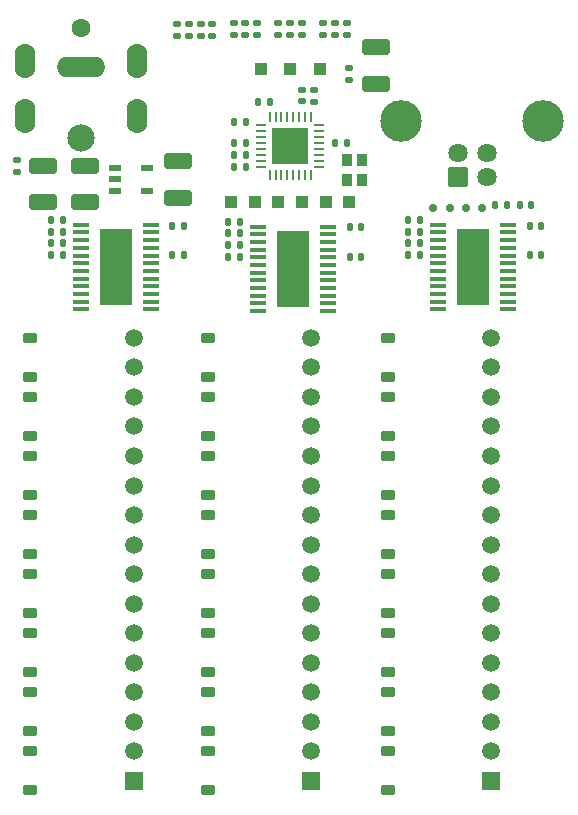
<source format=gbr>
%TF.GenerationSoftware,KiCad,Pcbnew,8.0.5*%
%TF.CreationDate,2025-02-14T14:12:51-08:00*%
%TF.ProjectId,RelayDriver,52656c61-7944-4726-9976-65722e6b6963,A*%
%TF.SameCoordinates,Original*%
%TF.FileFunction,Soldermask,Top*%
%TF.FilePolarity,Negative*%
%FSLAX46Y46*%
G04 Gerber Fmt 4.6, Leading zero omitted, Abs format (unit mm)*
G04 Created by KiCad (PCBNEW 8.0.5) date 2025-02-14 14:12:51*
%MOMM*%
%LPD*%
G01*
G04 APERTURE LIST*
G04 Aperture macros list*
%AMRoundRect*
0 Rectangle with rounded corners*
0 $1 Rounding radius*
0 $2 $3 $4 $5 $6 $7 $8 $9 X,Y pos of 4 corners*
0 Add a 4 corners polygon primitive as box body*
4,1,4,$2,$3,$4,$5,$6,$7,$8,$9,$2,$3,0*
0 Add four circle primitives for the rounded corners*
1,1,$1+$1,$2,$3*
1,1,$1+$1,$4,$5*
1,1,$1+$1,$6,$7*
1,1,$1+$1,$8,$9*
0 Add four rect primitives between the rounded corners*
20,1,$1+$1,$2,$3,$4,$5,0*
20,1,$1+$1,$4,$5,$6,$7,0*
20,1,$1+$1,$6,$7,$8,$9,0*
20,1,$1+$1,$8,$9,$2,$3,0*%
G04 Aperture macros list end*
%ADD10RoundRect,0.135000X-0.185000X0.135000X-0.185000X-0.135000X0.185000X-0.135000X0.185000X0.135000X0*%
%ADD11RoundRect,0.140000X0.140000X0.170000X-0.140000X0.170000X-0.140000X-0.170000X0.140000X-0.170000X0*%
%ADD12RoundRect,0.140000X-0.140000X-0.170000X0.140000X-0.170000X0.140000X0.170000X-0.140000X0.170000X0*%
%ADD13RoundRect,0.225000X0.375000X-0.225000X0.375000X0.225000X-0.375000X0.225000X-0.375000X-0.225000X0*%
%ADD14RoundRect,0.140000X0.170000X-0.140000X0.170000X0.140000X-0.170000X0.140000X-0.170000X-0.140000X0*%
%ADD15RoundRect,0.147500X0.172500X-0.147500X0.172500X0.147500X-0.172500X0.147500X-0.172500X-0.147500X0*%
%ADD16R,1.000000X1.000000*%
%ADD17RoundRect,0.135000X-0.135000X-0.185000X0.135000X-0.185000X0.135000X0.185000X-0.135000X0.185000X0*%
%ADD18R,1.500000X1.500000*%
%ADD19C,1.500000*%
%ADD20RoundRect,0.150000X0.150000X0.200000X-0.150000X0.200000X-0.150000X-0.200000X0.150000X-0.200000X0*%
%ADD21R,0.977900X0.508000*%
%ADD22RoundRect,0.102000X0.714000X0.714000X-0.714000X0.714000X-0.714000X-0.714000X0.714000X-0.714000X0*%
%ADD23C,1.632000*%
%ADD24C,3.520000*%
%ADD25RoundRect,0.250000X-0.925000X0.412500X-0.925000X-0.412500X0.925000X-0.412500X0.925000X0.412500X0*%
%ADD26R,0.900000X1.100000*%
%ADD27RoundRect,0.062500X-0.375000X-0.062500X0.375000X-0.062500X0.375000X0.062500X-0.375000X0.062500X0*%
%ADD28RoundRect,0.062500X-0.062500X-0.375000X0.062500X-0.375000X0.062500X0.375000X-0.062500X0.375000X0*%
%ADD29R,3.100000X3.100000*%
%ADD30RoundRect,0.147500X0.147500X0.172500X-0.147500X0.172500X-0.147500X-0.172500X0.147500X-0.172500X0*%
%ADD31R,1.409700X0.355600*%
%ADD32R,2.768600X6.400800*%
%ADD33RoundRect,0.135000X0.135000X0.185000X-0.135000X0.185000X-0.135000X-0.185000X0.135000X-0.185000X0*%
%ADD34RoundRect,0.150000X-0.150000X-0.200000X0.150000X-0.200000X0.150000X0.200000X-0.150000X0.200000X0*%
%ADD35RoundRect,0.250000X0.925000X-0.412500X0.925000X0.412500X-0.925000X0.412500X-0.925000X-0.412500X0*%
%ADD36C,1.600000*%
%ADD37C,2.304000*%
%ADD38O,4.117974X1.754000*%
%ADD39O,1.754000X2.954000*%
G04 APERTURE END LIST*
D10*
%TO.C,R6*%
X131900000Y-62500000D03*
X131900000Y-63520000D03*
%TD*%
D11*
%TO.C,C1*%
X132480000Y-82050000D03*
X131520000Y-82050000D03*
%TD*%
D12*
%TO.C,C10*%
X161770000Y-79550000D03*
X162730000Y-79550000D03*
%TD*%
D13*
%TO.C,D16*%
X134500000Y-117350000D03*
X134500000Y-114050000D03*
%TD*%
D14*
%TO.C,C14*%
X143520000Y-69050000D03*
X143520000Y-68090000D03*
%TD*%
D15*
%TO.C,D30*%
X146300000Y-63385000D03*
X146300000Y-62415000D03*
%TD*%
D13*
%TO.C,D26*%
X149750000Y-107350000D03*
X149750000Y-104050000D03*
%TD*%
D10*
%TO.C,R5*%
X132900000Y-62500000D03*
X132900000Y-63520000D03*
%TD*%
D16*
%TO.C,TP5*%
X140500000Y-77550000D03*
%TD*%
D17*
%TO.C,R12*%
X136250000Y-82200000D03*
X137270000Y-82200000D03*
%TD*%
%TO.C,R16*%
X151490000Y-80050000D03*
X152510000Y-80050000D03*
%TD*%
D10*
%TO.C,R25*%
X144300000Y-62400000D03*
X144300000Y-63420000D03*
%TD*%
D16*
%TO.C,TP8*%
X144500000Y-77550000D03*
%TD*%
D17*
%TO.C,R15*%
X151460000Y-79050000D03*
X152480000Y-79050000D03*
%TD*%
D18*
%TO.C,J4*%
X143250000Y-126550000D03*
D19*
X143250000Y-124050000D03*
X143250000Y-121550000D03*
X143250000Y-119050000D03*
X143250000Y-116550000D03*
X143250000Y-114050000D03*
X143250000Y-111550000D03*
X143250000Y-109050000D03*
X143250000Y-106550000D03*
X143250000Y-104050000D03*
X143250000Y-101550000D03*
X143250000Y-99050000D03*
X143250000Y-96550000D03*
X143250000Y-94050000D03*
X143250000Y-91550000D03*
X143250000Y-89050000D03*
%TD*%
D15*
%TO.C,D1*%
X134900000Y-63485000D03*
X134900000Y-62515000D03*
%TD*%
D17*
%TO.C,R2*%
X121240000Y-80050000D03*
X122260000Y-80050000D03*
%TD*%
D10*
%TO.C,R13*%
X137700000Y-62400000D03*
X137700000Y-63420000D03*
%TD*%
D20*
%TO.C,D11*%
X156343250Y-78040000D03*
X157743250Y-78040000D03*
%TD*%
D17*
%TO.C,R23*%
X138740000Y-69050000D03*
X139760000Y-69050000D03*
%TD*%
D15*
%TO.C,D12*%
X142500000Y-63385000D03*
X142500000Y-62415000D03*
%TD*%
D13*
%TO.C,D24*%
X149750000Y-117350000D03*
X149750000Y-114050000D03*
%TD*%
D11*
%TO.C,C5*%
X159823250Y-77790000D03*
X158863250Y-77790000D03*
%TD*%
D10*
%TO.C,R7*%
X141500000Y-62400000D03*
X141500000Y-63420000D03*
%TD*%
D21*
%TO.C,U3*%
X126634750Y-74687499D03*
X126634750Y-75637500D03*
X126634750Y-76587501D03*
X129365250Y-76587501D03*
X129365250Y-74687499D03*
%TD*%
D16*
%TO.C,TP6*%
X138500000Y-77550000D03*
%TD*%
D13*
%TO.C,D22*%
X149750000Y-127350000D03*
X149750000Y-124050000D03*
%TD*%
D14*
%TO.C,C13*%
X142500000Y-69030000D03*
X142500000Y-68070000D03*
%TD*%
D13*
%TO.C,D29*%
X149750000Y-92350000D03*
X149750000Y-89050000D03*
%TD*%
D18*
%TO.C,J3*%
X128250000Y-126550000D03*
D19*
X128250000Y-124050000D03*
X128250000Y-121550000D03*
X128250000Y-119050000D03*
X128250000Y-116550000D03*
X128250000Y-114050000D03*
X128250000Y-111550000D03*
X128250000Y-109050000D03*
X128250000Y-106550000D03*
X128250000Y-104050000D03*
X128250000Y-101550000D03*
X128250000Y-99050000D03*
X128250000Y-96550000D03*
X128250000Y-94050000D03*
X128250000Y-91550000D03*
X128250000Y-89050000D03*
%TD*%
D22*
%TO.C,J2*%
X155670000Y-75410000D03*
D23*
X158170000Y-75410000D03*
X158170000Y-73410000D03*
X155670000Y-73410000D03*
D24*
X162940000Y-70700000D03*
X150900000Y-70700000D03*
%TD*%
D25*
%TO.C,C2*%
X120600000Y-74462500D03*
X120600000Y-77537500D03*
%TD*%
D13*
%TO.C,D21*%
X134500000Y-92350000D03*
X134500000Y-89050000D03*
%TD*%
D17*
%TO.C,R9*%
X136250000Y-79200000D03*
X137270000Y-79200000D03*
%TD*%
D13*
%TO.C,D14*%
X134500000Y-127350000D03*
X134500000Y-124050000D03*
%TD*%
D25*
%TO.C,C8*%
X124100000Y-74462500D03*
X124100000Y-77537500D03*
%TD*%
D17*
%TO.C,R11*%
X136250000Y-81200000D03*
X137270000Y-81200000D03*
%TD*%
D26*
%TO.C,Y1*%
X147600000Y-75650000D03*
X147600000Y-73950000D03*
X146300000Y-73950000D03*
X146300000Y-75650000D03*
%TD*%
D27*
%TO.C,U5*%
X139062500Y-71050000D03*
X139062500Y-71550000D03*
X139062500Y-72050000D03*
X139062500Y-72550000D03*
X139062500Y-73050000D03*
X139062500Y-73550000D03*
X139062500Y-74050000D03*
X139062500Y-74550000D03*
D28*
X139750000Y-75237500D03*
X140250000Y-75237500D03*
X140750000Y-75237500D03*
X141250000Y-75237500D03*
X141750000Y-75237500D03*
X142250000Y-75237500D03*
X142750000Y-75237500D03*
X143250000Y-75237500D03*
D27*
X143937500Y-74550000D03*
X143937500Y-74050000D03*
X143937500Y-73550000D03*
X143937500Y-73050000D03*
X143937500Y-72550000D03*
X143937500Y-72050000D03*
X143937500Y-71550000D03*
X143937500Y-71050000D03*
D28*
X143250000Y-70362500D03*
X142750000Y-70362500D03*
X142250000Y-70362500D03*
X141750000Y-70362500D03*
X141250000Y-70362500D03*
X140750000Y-70362500D03*
X140250000Y-70362500D03*
X139750000Y-70362500D03*
D29*
X141500000Y-72800000D03*
%TD*%
D17*
%TO.C,R18*%
X151490000Y-82050000D03*
X152510000Y-82050000D03*
%TD*%
D30*
%TO.C,L1*%
X161885000Y-77800000D03*
X160915000Y-77800000D03*
%TD*%
D17*
%TO.C,R17*%
X151490000Y-81050000D03*
X152510000Y-81050000D03*
%TD*%
D13*
%TO.C,D4*%
X119500000Y-117350000D03*
X119500000Y-114050000D03*
%TD*%
D16*
%TO.C,TP9*%
X146500000Y-77550000D03*
%TD*%
D13*
%TO.C,D6*%
X119500000Y-107350000D03*
X119500000Y-104050000D03*
%TD*%
%TO.C,D25*%
X149750000Y-112350000D03*
X149750000Y-109050000D03*
%TD*%
D31*
%TO.C,U1*%
X123797250Y-79474937D03*
X123797250Y-80124949D03*
X123797250Y-80774960D03*
X123797250Y-81424972D03*
X123797250Y-82074983D03*
X123797250Y-82724994D03*
X123797250Y-83375006D03*
X123797250Y-84025017D03*
X123797250Y-84675028D03*
X123797250Y-85325040D03*
X123797250Y-85975051D03*
X123797250Y-86625063D03*
X129702750Y-86625063D03*
X129702750Y-85975051D03*
X129702750Y-85325040D03*
X129702750Y-84675028D03*
X129702750Y-84025017D03*
X129702750Y-83375006D03*
X129702750Y-82724994D03*
X129702750Y-82074983D03*
X129702750Y-81424972D03*
X129702750Y-80774960D03*
X129702750Y-80124949D03*
X129702750Y-79474937D03*
D32*
X126750000Y-83050000D03*
%TD*%
D13*
%TO.C,D5*%
X119500000Y-112350000D03*
X119500000Y-109050000D03*
%TD*%
D15*
%TO.C,D13*%
X138700000Y-63385000D03*
X138700000Y-62415000D03*
%TD*%
D16*
%TO.C,TP1*%
X139000000Y-66300000D03*
%TD*%
%TO.C,TP3*%
X141500000Y-66300000D03*
%TD*%
D17*
%TO.C,R1*%
X121240000Y-79050000D03*
X122260000Y-79050000D03*
%TD*%
%TO.C,R10*%
X136250000Y-80200000D03*
X137270000Y-80200000D03*
%TD*%
D13*
%TO.C,D28*%
X149750000Y-97350000D03*
X149750000Y-94050000D03*
%TD*%
D11*
%TO.C,C12*%
X137730000Y-74550000D03*
X136770000Y-74550000D03*
%TD*%
D13*
%TO.C,D2*%
X119500000Y-127350000D03*
X119500000Y-124050000D03*
%TD*%
D17*
%TO.C,R4*%
X121240000Y-82050000D03*
X122260000Y-82050000D03*
%TD*%
D33*
%TO.C,R22*%
X146270000Y-72550000D03*
X145250000Y-72550000D03*
%TD*%
D10*
%TO.C,R24*%
X145300000Y-62400000D03*
X145300000Y-63420000D03*
%TD*%
D11*
%TO.C,C15*%
X147480000Y-82200000D03*
X146520000Y-82200000D03*
%TD*%
D17*
%TO.C,R3*%
X121240000Y-81050000D03*
X122260000Y-81050000D03*
%TD*%
D18*
%TO.C,J5*%
X158500000Y-126550000D03*
D19*
X158500000Y-124050000D03*
X158500000Y-121550000D03*
X158500000Y-119050000D03*
X158500000Y-116550000D03*
X158500000Y-114050000D03*
X158500000Y-111550000D03*
X158500000Y-109050000D03*
X158500000Y-106550000D03*
X158500000Y-104050000D03*
X158500000Y-101550000D03*
X158500000Y-99050000D03*
X158500000Y-96550000D03*
X158500000Y-94050000D03*
X158500000Y-91550000D03*
X158500000Y-89050000D03*
%TD*%
D13*
%TO.C,D9*%
X119500000Y-92350000D03*
X119500000Y-89050000D03*
%TD*%
D34*
%TO.C,D10*%
X154993250Y-78040000D03*
X153593250Y-78040000D03*
%TD*%
D31*
%TO.C,U2*%
X138797250Y-79624937D03*
X138797250Y-80274949D03*
X138797250Y-80924960D03*
X138797250Y-81574972D03*
X138797250Y-82224983D03*
X138797250Y-82874994D03*
X138797250Y-83525006D03*
X138797250Y-84175017D03*
X138797250Y-84825028D03*
X138797250Y-85475040D03*
X138797250Y-86125051D03*
X138797250Y-86775063D03*
X144702750Y-86775063D03*
X144702750Y-86125051D03*
X144702750Y-85475040D03*
X144702750Y-84825028D03*
X144702750Y-84175017D03*
X144702750Y-83525006D03*
X144702750Y-82874994D03*
X144702750Y-82224983D03*
X144702750Y-81574972D03*
X144702750Y-80924960D03*
X144702750Y-80274949D03*
X144702750Y-79624937D03*
D32*
X141750000Y-83200000D03*
%TD*%
D13*
%TO.C,D17*%
X134500000Y-112350000D03*
X134500000Y-109050000D03*
%TD*%
%TO.C,D20*%
X134500000Y-97350000D03*
X134500000Y-94050000D03*
%TD*%
D33*
%TO.C,R21*%
X137770000Y-72550000D03*
X136750000Y-72550000D03*
%TD*%
D16*
%TO.C,TP7*%
X142500000Y-77550000D03*
%TD*%
D14*
%TO.C,C3*%
X118400000Y-74980000D03*
X118400000Y-74020000D03*
%TD*%
D12*
%TO.C,C16*%
X146520000Y-79700000D03*
X147480000Y-79700000D03*
%TD*%
D16*
%TO.C,TP4*%
X136500000Y-77550000D03*
%TD*%
D35*
%TO.C,C6*%
X148800000Y-67537500D03*
X148800000Y-64462500D03*
%TD*%
D10*
%TO.C,R14*%
X136700000Y-62400000D03*
X136700000Y-63420000D03*
%TD*%
D13*
%TO.C,D8*%
X119500000Y-97350000D03*
X119500000Y-94050000D03*
%TD*%
D33*
%TO.C,R19*%
X137760000Y-70800000D03*
X136740000Y-70800000D03*
%TD*%
D31*
%TO.C,U4*%
X154047250Y-79474937D03*
X154047250Y-80124949D03*
X154047250Y-80774960D03*
X154047250Y-81424972D03*
X154047250Y-82074983D03*
X154047250Y-82724994D03*
X154047250Y-83375006D03*
X154047250Y-84025017D03*
X154047250Y-84675028D03*
X154047250Y-85325040D03*
X154047250Y-85975051D03*
X154047250Y-86625063D03*
X159952750Y-86625063D03*
X159952750Y-85975051D03*
X159952750Y-85325040D03*
X159952750Y-84675028D03*
X159952750Y-84025017D03*
X159952750Y-83375006D03*
X159952750Y-82724994D03*
X159952750Y-82074983D03*
X159952750Y-81424972D03*
X159952750Y-80774960D03*
X159952750Y-80124949D03*
X159952750Y-79474937D03*
D32*
X157000000Y-83050000D03*
%TD*%
D13*
%TO.C,D19*%
X134500000Y-102350000D03*
X134500000Y-99050000D03*
%TD*%
D10*
%TO.C,R8*%
X140500000Y-62400000D03*
X140500000Y-63420000D03*
%TD*%
D25*
%TO.C,C11*%
X132000000Y-74100000D03*
X132000000Y-77175000D03*
%TD*%
D13*
%TO.C,D23*%
X149750000Y-122350000D03*
X149750000Y-119050000D03*
%TD*%
%TO.C,D18*%
X134500000Y-107350000D03*
X134500000Y-104050000D03*
%TD*%
D16*
%TO.C,TP2*%
X144000000Y-66300000D03*
%TD*%
D13*
%TO.C,D27*%
X149750000Y-102350000D03*
X149750000Y-99050000D03*
%TD*%
D11*
%TO.C,C9*%
X162730000Y-82050000D03*
X161770000Y-82050000D03*
%TD*%
D13*
%TO.C,D3*%
X119500000Y-122350000D03*
X119500000Y-119050000D03*
%TD*%
D10*
%TO.C,R26*%
X133900000Y-62500000D03*
X133900000Y-63520000D03*
%TD*%
D12*
%TO.C,C4*%
X131520000Y-79550000D03*
X132480000Y-79550000D03*
%TD*%
D33*
%TO.C,R20*%
X137760000Y-73550000D03*
X136740000Y-73550000D03*
%TD*%
D36*
%TO.C,J1*%
X123800000Y-62850000D03*
D37*
X123800000Y-72100000D03*
D38*
X123800000Y-66100000D03*
D39*
X128550000Y-65600000D03*
X119050000Y-65600000D03*
X128550000Y-70300000D03*
X119050000Y-70300000D03*
%TD*%
D13*
%TO.C,D7*%
X119500000Y-102350000D03*
X119500000Y-99050000D03*
%TD*%
D14*
%TO.C,C7*%
X146500000Y-67180000D03*
X146500000Y-66220000D03*
%TD*%
D13*
%TO.C,D15*%
X134500000Y-122350000D03*
X134500000Y-119050000D03*
%TD*%
M02*

</source>
